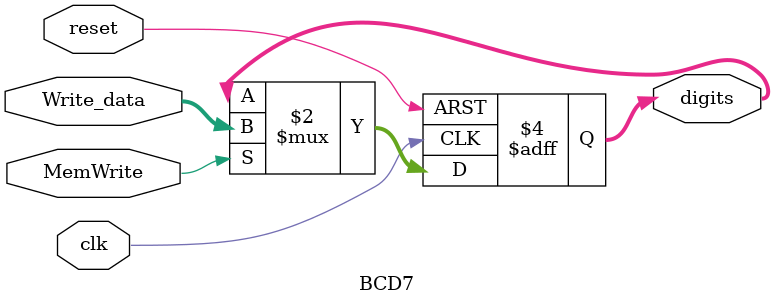
<source format=v>
module BCD7(reset, clk, Write_data, MemWrite, digits);
	input reset, clk;
	input [11:0] Write_data;
	input MemWrite;
	output reg [11:0] digits;

	always @(posedge reset or posedge clk)
		if (reset) begin
			digits <= 12'h000;
		end else if (MemWrite) begin
			digits <= Write_data;
		end
			
endmodule

</source>
